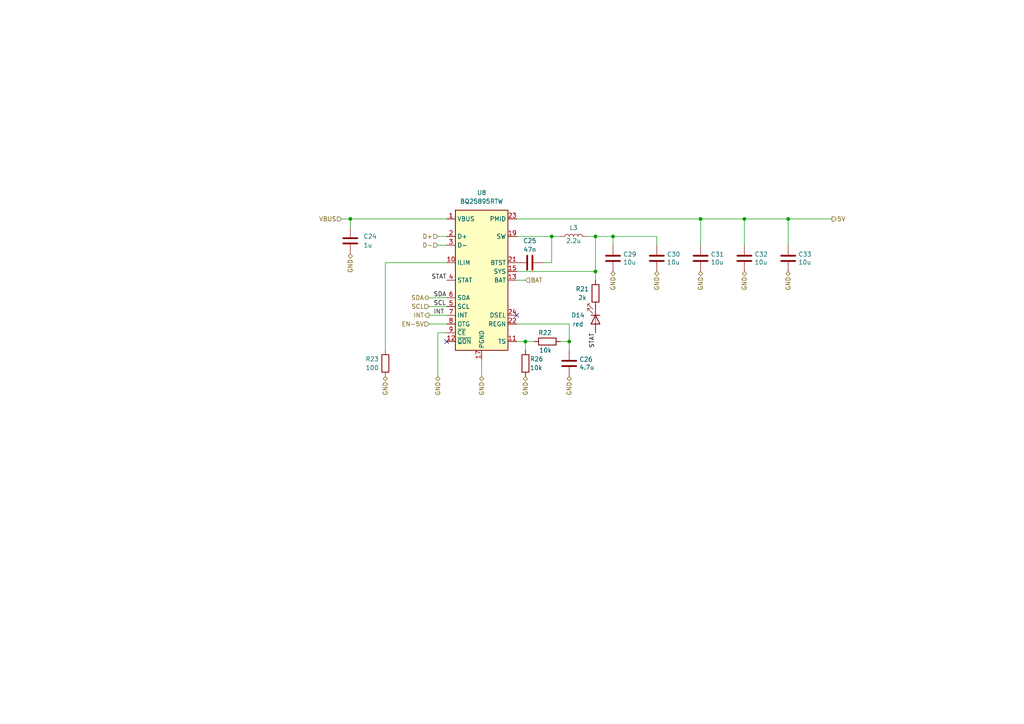
<source format=kicad_sch>
(kicad_sch (version 20230121) (generator eeschema)
  (paper "A4")
  (lib_symbols
    (symbol "Battery_Management:BQ25895RTW"
      (property "Reference" "U" (at -5.08 22.86 0))
      (property "Value" "BQ25895RTW" (at 5.08 22.86 0))
      (symbol "BQ25895RTW_0_1"
        (rectangle (start -7.62 20.32) (end 7.62 -20.32) (stroke (width 0.254)) (fill (type background)))
      )
      (symbol "BQ25895RTW_1_1"
        (pin power_in line (at -10.16 17.78 0) (length 2.54) (name "VBUS") (number "1"))
        (pin passive line (at -10.16 5.08 0) (length 2.54) (name "ILIM") (number "10"))
        (pin passive line (at 10.16 -17.78 180) (length 2.54) (name "TS") (number "11"))
        (pin input line (at -10.16 -17.78 0) (length 2.54) (name "~{QON}") (number "12"))
        (pin passive line (at 10.16 0 180) (length 2.54) (name "BAT") (number "13"))
        (pin passive line (at 10.16 0 180) (length 2.54) hide (name "BAT") (number "14"))
        (pin passive line (at 10.16 2.54 180) (length 2.54) (name "SYS") (number "15"))
        (pin passive line (at 10.16 2.54 180) (length 2.54) hide (name "SYS") (number "16"))
        (pin power_in line (at 0 -22.86 90) (length 2.54) (name "PGND") (number "17"))
        (pin passive line (at 0 -22.86 90) (length 2.54) hide (name "PGND") (number "18"))
        (pin power_out line (at 10.16 12.7 180) (length 2.54) (name "SW") (number "19"))
        (pin bidirectional line (at -10.16 12.7 0) (length 2.54) (name "D+") (number "2"))
        (pin passive line (at 10.16 12.7 180) (length 2.54) hide (name "SW") (number "20"))
        (pin passive line (at 10.16 5.08 180) (length 2.54) (name "BTST") (number "21"))
        (pin passive line (at 10.16 -12.7 180) (length 2.54) (name "REGN") (number "22"))
        (pin power_out line (at 10.16 17.78 180) (length 2.54) (name "PMID") (number "23"))
        (pin open_collector line (at 10.16 -10.16 180) (length 2.54) (name "DSEL") (number "24"))
        (pin passive line (at 0 -22.86 90) (length 2.54) hide (name "PGND") (number "25"))
        (pin bidirectional line (at -10.16 10.16 0) (length 2.54) (name "D-") (number "3"))
        (pin open_collector line (at -10.16 0 0) (length 2.54) (name "STAT") (number "4"))
        (pin input line (at -10.16 -7.62 0) (length 2.54) (name "SCL") (number "5"))
        (pin bidirectional line (at -10.16 -5.08 0) (length 2.54) (name "SDA") (number "6"))
        (pin open_collector line (at -10.16 -10.16 0) (length 2.54) (name "INT") (number "7"))
        (pin input line (at -10.16 -12.7 0) (length 2.54) (name "OTG") (number "8"))
        (pin input line (at -10.16 -15.24 0) (length 2.54) (name "~{CE}") (number "9"))
      )
    )
    (symbol "Device:C" (pin_numbers hide) (pin_names (offset 0.254))
      (property "Reference" "C" (at 0.635 2.54 0))
      (property "Value" "C" (at 0.635 -2.54 0))
      (symbol "C_0_1"
        (polyline (pts (xy -2.032 -0.762) (xy 2.032 -0.762)) (stroke (width 0.508)))
        (polyline (pts (xy -2.032 0.762) (xy 2.032 0.762)) (stroke (width 0.508)))
      )
      (symbol "C_1_1"
        (pin passive line (at 0 3.81 270) (length 2.794) (name "~") (number "1"))
        (pin passive line (at 0 -3.81 90) (length 2.794) (name "~") (number "2"))
      )
    )
    (symbol "Device:L" (pin_numbers hide) (pin_names (offset 1.016) hide)
      (property "Reference" "L" (at -1.27 0 90))
      (property "Value" "L" (at 1.905 0 90))
      (symbol "L_0_1"
        (arc (start 0 -2.54) (mid 0.6323 -1.905) (end 0 -1.27))
        (arc (start 0 -1.27) (mid 0.6323 -0.635) (end 0 0))
        (arc (start 0 0) (mid 0.6323 0.635) (end 0 1.27))
        (arc (start 0 1.27) (mid 0.6323 1.905) (end 0 2.54))
      )
      (symbol "L_1_1"
        (pin passive line (at 0 3.81 270) (length 1.27) (name "1") (number "1"))
        (pin passive line (at 0 -3.81 90) (length 1.27) (name "2") (number "2"))
      )
    )
    (symbol "Device:LED" (pin_numbers hide) (pin_names (offset 1.016) hide)
      (property "Reference" "D" (at 0 2.54 0))
      (property "Value" "LED" (at 0 -2.54 0))
      (symbol "LED_0_1"
        (polyline (pts (xy -1.27 -1.27) (xy -1.27 1.27)) (stroke (width 0.254)))
        (polyline (pts (xy -1.27 0) (xy 1.27 0)))
        (polyline (pts (xy 1.27 -1.27) (xy 1.27 1.27) (xy -1.27 0) (xy 1.27 -1.27)) (stroke (width 0.254)))
        (polyline (pts (xy -3.048 -0.762) (xy -4.572 -2.286) (xy -3.81 -2.286) (xy -4.572 -2.286) (xy -4.572 -1.524)))
        (polyline (pts (xy -1.778 -0.762) (xy -3.302 -2.286) (xy -2.54 -2.286) (xy -3.302 -2.286) (xy -3.302 -1.524)))
      )
      (symbol "LED_1_1"
        (pin passive line (at -3.81 0 0) (length 2.54) (name "K") (number "1"))
        (pin passive line (at 3.81 0 180) (length 2.54) (name "A") (number "2"))
      )
    )
    (symbol "Device:R" (pin_numbers hide) (pin_names (offset 0))
      (property "Reference" "R" (at 2.032 0 90))
      (property "Value" "R" (at 0 0 90))
      (symbol "R_0_1"
        (rectangle (start -1.016 -2.54) (end 1.016 2.54) (stroke (width 0.254)))
      )
      (symbol "R_1_1"
        (pin passive line (at 0 3.81 270) (length 1.27) (name "~") (number "1"))
        (pin passive line (at 0 -3.81 90) (length 1.27) (name "~") (number "2"))
      )
    )
  )
  (junction (at 203.2 63.5))
  (junction (at 215.9 63.5))
  (junction (at 177.8 68.58))
  (junction (at 228.6 63.5))
  (junction (at 152.4 99.06))
  (junction (at 101.6 63.5))
  (junction (at 172.72 78.74))
  (junction (at 172.72 68.58))
  (junction (at 165.1 99.06))
  (junction (at 160.02 68.58))
  (no_connect (at 129.54 99.06))
  (no_connect (at 149.86 91.44))
  (wire (pts (xy 157.48 76.2) (xy 160.02 76.2)))
  (wire (pts (xy 172.72 68.58) (xy 177.8 68.58)))
  (wire (pts (xy 127 96.52) (xy 127 109.22)))
  (wire (pts (xy 111.76 76.2) (xy 111.76 101.6)))
  (wire (pts (xy 203.2 63.5) (xy 203.2 71.12)))
  (wire (pts (xy 124.46 86.36) (xy 129.54 86.36)))
  (wire (pts (xy 101.6 63.5) (xy 129.54 63.5)))
  (wire (pts (xy 165.1 99.06) (xy 165.1 93.98)))
  (wire (pts (xy 165.1 93.98) (xy 149.86 93.98)))
  (wire (pts (xy 149.86 68.58) (xy 160.02 68.58)))
  (wire (pts (xy 160.02 76.2) (xy 160.02 68.58)))
  (wire (pts (xy 190.5 68.58) (xy 190.5 71.12)))
  (wire (pts (xy 139.7 109.22) (xy 139.7 104.14)))
  (wire (pts (xy 99.06 63.5) (xy 101.6 63.5)))
  (wire (pts (xy 203.2 63.5) (xy 215.9 63.5)))
  (wire (pts (xy 228.6 63.5) (xy 215.9 63.5)))
  (wire (pts (xy 127 71.12) (xy 129.54 71.12)))
  (wire (pts (xy 101.6 63.5) (xy 101.6 66.04)))
  (wire (pts (xy 160.02 68.58) (xy 162.56 68.58)))
  (wire (pts (xy 149.86 78.74) (xy 172.72 78.74)))
  (wire (pts (xy 152.4 101.6) (xy 152.4 99.06)))
  (wire (pts (xy 165.1 101.6) (xy 165.1 99.06)))
  (wire (pts (xy 124.46 88.9) (xy 129.54 88.9)))
  (wire (pts (xy 111.76 76.2) (xy 129.54 76.2)))
  (wire (pts (xy 241.3 63.5) (xy 228.6 63.5)))
  (wire (pts (xy 172.72 78.74) (xy 172.72 81.28)))
  (wire (pts (xy 170.18 68.58) (xy 172.72 68.58)))
  (wire (pts (xy 172.72 78.74) (xy 172.72 68.58)))
  (wire (pts (xy 177.8 68.58) (xy 177.8 71.12)))
  (wire (pts (xy 152.4 99.06) (xy 154.94 99.06)))
  (wire (pts (xy 124.46 93.98) (xy 129.54 93.98)))
  (wire (pts (xy 127 68.58) (xy 129.54 68.58)))
  (wire (pts (xy 177.8 68.58) (xy 190.5 68.58)))
  (wire (pts (xy 203.2 63.5) (xy 149.86 63.5)))
  (wire (pts (xy 149.86 81.28) (xy 152.4 81.28)))
  (wire (pts (xy 127 96.52) (xy 129.54 96.52)))
  (wire (pts (xy 228.6 63.5) (xy 228.6 71.12)))
  (wire (pts (xy 152.4 99.06) (xy 149.86 99.06)))
  (wire (pts (xy 162.56 99.06) (xy 165.1 99.06)))
  (wire (pts (xy 124.46 91.44) (xy 129.54 91.44)))
  (wire (pts (xy 215.9 63.5) (xy 215.9 71.12)))
  (label "STAT" (at 172.72 96.52 270))
  (label "INT" (at 125.73 91.44 0))
  (label "SDA" (at 125.73 86.36 0))
  (label "SCL" (at 125.73 88.9 0))
  (label "STAT" (at 129.54 81.28 180))
  (hierarchical_label "SDA" (shape bidirectional) (at 124.46 86.36 180))
  (hierarchical_label "5V" (shape output) (at 241.3 63.5 0))
  (hierarchical_label "GND" (shape bidirectional) (at 101.6 73.66 270))
  (hierarchical_label "BAT" (shape input) (at 152.4 81.28 0))
  (hierarchical_label "GND" (shape bidirectional) (at 228.6 78.74 270))
  (hierarchical_label "D+" (shape input) (at 127 68.58 180))
  (hierarchical_label "GND" (shape bidirectional) (at 152.4 109.22 270))
  (hierarchical_label "INT" (shape output) (at 124.46 91.44 180))
  (hierarchical_label "EN-5V" (shape input) (at 124.46 93.98 180))
  (hierarchical_label "GND" (shape bidirectional) (at 127 109.22 270))
  (hierarchical_label "GND" (shape bidirectional) (at 203.2 78.74 270))
  (hierarchical_label "GND" (shape bidirectional) (at 111.76 109.22 270))
  (hierarchical_label "GND" (shape bidirectional) (at 215.9 78.74 270))
  (hierarchical_label "GND" (shape bidirectional) (at 177.8 78.74 270))
  (hierarchical_label "GND" (shape bidirectional) (at 139.7 109.22 270))
  (hierarchical_label "SCL" (shape input) (at 124.46 88.9 180))
  (hierarchical_label "GND" (shape bidirectional) (at 190.5 78.74 270))
  (hierarchical_label "D-" (shape input) (at 127 71.12 180))
  (hierarchical_label "GND" (shape bidirectional) (at 165.1 109.22 270))
  (hierarchical_label "VBUS" (shape input) (at 99.06 63.5 180))
  (symbol (lib_id "Device:R") (at 172.72 85.09 180) (unit 1)
    (property "Reference" "R21" (at 168.91 83.82 0))
    (property "Value" "2k" (at 168.91 86.36 0))
    (property "Footprint" "Resistor_SMD:R_0402_1005Metric" (effects hide))
    (property "LCSC" "C4109" (effects hide))
    (property "Basic/Extended" "B" (effects hide))
    (instances (project "Watch" (path "" (reference "R21") (unit 1))) (project "ZakladniElektronika" (path "" (reference "R13") (unit 1)) (path "" (reference "R18") (unit 1))) (project "RB3203" (path "" (reference "R?") (unit 1))))
  )
  (symbol (lib_id "Device:C") (at 101.6 69.85 0) (unit 1)
    (property "Reference" "C24" (at 105.41 68.58 0) (effects (justify left)))
    (property "Value" "1u" (at 105.41 71.12 0) (effects (justify left)))
    (property "Footprint" "Capacitor_SMD:C_0402_1005Metric" (effects hide))
    (property "LCSC" "C52923" (effects hide))
    (property "info" "25V, X5R" (effects hide))
    (property "Basic/Extended" "B" (effects hide))
    (instances (project "Watch" (path "" (reference "C24") (unit 1))) (project "ZakladniElektronika" (path "" (reference "C3") (unit 1)) (path "" (reference "C166") (unit 1))))
  )
  (symbol (lib_id "Device:C") (at 177.8 74.93 0) (unit 1)
    (property "Reference" "C29" (at 180.721 73.7616 0) (effects (justify left)))
    (property "Value" "10u" (at 180.721 76.073 0) (effects (justify left)))
    (property "Footprint" "Capacitor_SMD:C_0402_1005Metric" (effects hide))
    (property "LCSC" "C315248" (effects hide))
    (property "Basic/Extended" "E" (effects hide))
    (property "info" "10V, X5R" (effects hide))
    (instances (project "Watch" (path "" (reference "C29") (unit 1))) (project "ZakladniElektronika" (path "" (reference "U5") (unit 1)) (path "" (reference "C145") (unit 1))) (project "RB3203" (path "" (reference "U?") (unit 1))))
  )
  (symbol (lib_id "Device:R") (at 111.76 105.41 0) (unit 1)
    (property "Reference" "R23" (at 107.95 104.14 0))
    (property "Value" "100" (at 107.95 106.68 0))
    (property "Footprint" "Resistor_SMD:R_0402_1005Metric" (effects hide))
    (property "LCSC" "C25076" (effects hide))
    (property "Basic/Extended" "B" (effects hide))
    (instances (project "Watch" (path "" (reference "R23") (unit 1))) (project "ZakladniElektronika" (path "" (reference "R72") (unit 1))))
  )
  (symbol (lib_id "Device:C") (at 165.1 105.41 0) (unit 1)
    (property "Reference" "C26" (at 168.021 104.2416 0) (effects (justify left)))
    (property "Value" "4.7u" (at 168.021 106.553 0) (effects (justify left)))
    (property "Footprint" "Capacitor_SMD:C_0402_1005Metric" (effects hide))
    (property "LCSC" "C23733" (effects hide))
    (property "Basic/Extended" "B" (effects hide))
    (property "info" "16V, X5R" (effects hide))
    (instances (project "Watch" (path "" (reference "C26") (unit 1))) (project "ZakladniElektronika" (path "" (reference "C150") (unit 1)) (path "" (reference "C164") (unit 1))) (project "RB3203" (path "" (reference "U?") (unit 1))))
  )
  (symbol (lib_id "Device:C") (at 153.67 76.2 270) (mirror x) (unit 1)
    (property "Reference" "C25" (at 153.67 69.85 90))
    (property "Value" "47n" (at 153.67 72.39 90))
    (property "Footprint" "Capacitor_SMD:C_0201_0603Metric" (effects hide))
    (property "Basic/Extended" "E" (effects hide))
    (property "LCSC" "C5142564" (effects hide))
    (property "info" "25V, X5R" (effects hide))
    (instances (project "Watch" (path "" (reference "C25") (unit 1))) (project "ZakladniElektronika" (path "" (reference "C165") (unit 1))))
  )
  (symbol (lib_id "Device:LED") (at 172.72 92.71 270) (unit 1)
    (property "Reference" "D14" (at 167.64 91.44 90))
    (property "Value" "red" (at 167.64 93.98 90))
    (property "Footprint" "LED_SMD:LED_0603_1608Metric" (effects hide))
    (property "LCSC" "C2286" (effects hide))
    (property "Basic/Extended" "B" (effects hide))
    (instances (project "Watch" (path "" (reference "D14") (unit 1))) (project "ZakladniElektronika" (path "" (reference "D126") (unit 1)) (path "" (reference "LED5") (unit 1))) (project "RB3203" (path "" (reference "D?") (unit 1))))
  )
  (symbol (lib_id "Device:C") (at 203.2 74.93 0) (unit 1)
    (property "Reference" "C31" (at 206.121 73.7616 0) (effects (justify left)))
    (property "Value" "10u" (at 206.121 76.073 0) (effects (justify left)))
    (property "Footprint" "Capacitor_SMD:C_0402_1005Metric" (effects hide))
    (property "LCSC" "C315248" (effects hide))
    (property "Basic/Extended" "E" (effects hide))
    (property "info" "10V, X5R" (effects hide))
    (instances (project "Watch" (path "" (reference "C31") (unit 1))) (project "ZakladniElektronika" (path "" (reference "U5") (unit 1)) (path "" (reference "C147") (unit 1))) (project "RB3203" (path "" (reference "U?") (unit 1))))
  )
  (symbol (lib_id "Device:C") (at 190.5 74.93 0) (unit 1)
    (property "Reference" "C30" (at 193.421 73.7616 0) (effects (justify left)))
    (property "Value" "10u" (at 193.421 76.073 0) (effects (justify left)))
    (property "Footprint" "Capacitor_SMD:C_0402_1005Metric" (effects hide))
    (property "LCSC" "C315248" (effects hide))
    (property "Basic/Extended" "E" (effects hide))
    (property "info" "10V, X5R" (effects hide))
    (instances (project "Watch" (path "" (reference "C30") (unit 1))) (project "ZakladniElektronika" (path "" (reference "U5") (unit 1)) (path "" (reference "C146") (unit 1))) (project "RB3203" (path "" (reference "U?") (unit 1))))
  )
  (symbol (lib_id "Device:L") (at 166.37 68.58 90) (unit 1)
    (property "Reference" "L3" (at 166.37 66.04 90))
    (property "Value" "2.2u" (at 166.37 69.85 90))
    (property "Footprint" "Inductor_SMD:L_1008_2520Metric" (effects hide))
    (property "LCSC" "C1017131" (effects hide))
    (property "Basic/Extended" "E" (effects hide))
    (instances (project "Watch" (path "" (reference "L3") (unit 1))) (project "ZakladniElektronika" (path "" (reference "L7") (unit 1))))
  )
  (symbol (lib_id "Battery_Management:BQ25895RTW") (at 139.7 81.28 0) (unit 1)
    (property "Reference" "U8" (at 139.7 55.88 0))
    (property "Value" "BQ25895RTW" (at 139.7 58.42 0))
    (property "Footprint" "Package_DFN_QFN:Texas_S-PWQFN-N24_EP2.7x2.7mm_ThermalVias" (effects hide))
    (property "Datasheet" "http://www.ti.com/lit/ds/symlink/bq25895.pdf" (effects hide))
    (property "LCSC" "C80200" (effects hide))
    (property "Basic/Extended" "E" (effects hide))
    (instances (project "Watch" (path "" (reference "U8") (unit 1))) (project "ZakladniElektronika" (path "" (reference "U9") (unit 1))))
  )
  (symbol (lib_id "Device:R") (at 152.4 105.41 0) (unit 1)
    (property "Reference" "R26" (at 153.67 104.14 0) (effects (justify left)))
    (property "Value" "10k" (at 153.67 106.68 0) (effects (justify left)))
    (property "Footprint" "Resistor_SMD:R_0402_1005Metric" (effects hide))
    (property "LCSC" "C25744" (effects hide))
    (property "Basic/Extended" "B" (effects hide))
    (instances (project "Watch" (path "" (reference "R26") (unit 1))) (project "ZakladniElektronika" (path "" (reference "R13") (unit 1)) (path "" (reference "R19") (unit 1))) (project "RB3203" (path "" (reference "R?") (unit 1))))
  )
  (symbol (lib_id "Device:C") (at 228.6 74.93 0) (unit 1)
    (property "Reference" "C33" (at 231.521 73.7616 0) (effects (justify left)))
    (property "Value" "10u" (at 231.521 76.073 0) (effects (justify left)))
    (property "Footprint" "Capacitor_SMD:C_0402_1005Metric" (effects hide))
    (property "LCSC" "C315248" (effects hide))
    (property "Basic/Extended" "E" (effects hide))
    (property "info" "10V, X5R" (effects hide))
    (instances (project "Watch" (path "" (reference "C33") (unit 1))) (project "ZakladniElektronika" (path "" (reference "U5") (unit 1)) (path "" (reference "C147") (unit 1))) (project "RB3203" (path "" (reference "U?") (unit 1))))
  )
  (symbol (lib_id "Device:C") (at 215.9 74.93 0) (unit 1)
    (property "Reference" "C32" (at 218.821 73.7616 0) (effects (justify left)))
    (property "Value" "10u" (at 218.821 76.073 0) (effects (justify left)))
    (property "Footprint" "Capacitor_SMD:C_0402_1005Metric" (effects hide))
    (property "LCSC" "C315248" (effects hide))
    (property "Basic/Extended" "E" (effects hide))
    (property "info" "10V, X5R" (effects hide))
    (instances (project "Watch" (path "" (reference "C32") (unit 1))) (project "ZakladniElektronika" (path "" (reference "U5") (unit 1)) (path "" (reference "C147") (unit 1))) (project "RB3203" (path "" (reference "U?") (unit 1))))
  )
  (symbol (lib_id "Device:R") (at 158.75 99.06 90) (unit 1)
    (property "Reference" "R22" (at 160.02 96.52 90) (effects (justify left)))
    (property "Value" "10k" (at 160.02 101.6 90) (effects (justify left)))
    (property "Footprint" "Resistor_SMD:R_0402_1005Metric" (effects hide))
    (property "LCSC" "C25744" (effects hide))
    (property "Basic/Extended" "B" (effects hide))
    (instances (project "Watch" (path "" (reference "R22") (unit 1))) (project "ZakladniElektronika" (path "" (reference "R13") (unit 1)) (path "" (reference "R20") (unit 1))) (project "RB3203" (path "" (reference "R?") (unit 1))))
  )
)
</source>
